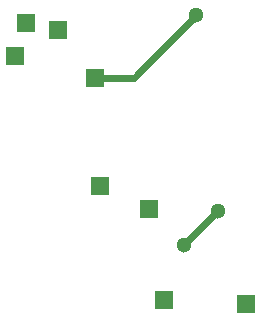
<source format=gbl>
%FSLAX43Y43*%
%MOMM*%
G71*
G01*
G75*
G04 Layer_Physical_Order=2*
%ADD10R,1.600X1.800*%
%ADD11R,0.600X2.150*%
%ADD12C,0.600*%
%ADD13R,1.500X1.500*%
%ADD14C,1.300*%
D12*
X23724Y53024D02*
X29000Y58300D01*
X20375Y53024D02*
X23724D01*
X30675Y41625D02*
X30825Y41775D01*
X27925Y38900D02*
X30650Y41625D01*
X30650D02*
X30675D01*
D13*
X26279Y34196D02*
D03*
X20375Y53024D02*
D03*
X33225Y33825D02*
D03*
X20800Y43825D02*
D03*
X17325Y57050D02*
D03*
X14550Y57675D02*
D03*
X24950Y41950D02*
D03*
X13650Y54850D02*
D03*
D14*
X29000Y58300D02*
D03*
X30825Y41775D02*
D03*
X27925Y38900D02*
D03*
M02*

</source>
